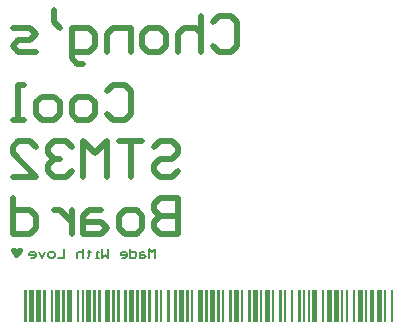
<source format=gbr>
%TF.GenerationSoftware,Altium Limited,Altium Designer,24.5.2 (23)*%
G04 Layer_Color=32896*
%FSLAX45Y45*%
%MOMM*%
%TF.SameCoordinates,5BA462C2-C504-45FF-B61C-4F2A3F915A71*%
%TF.FilePolarity,Positive*%
%TF.FileFunction,Legend,Bot*%
%TF.Part,Single*%
G01*
G75*
%TA.AperFunction,NonConductor*%
%ADD56C,0.50000*%
%ADD57C,0.18000*%
G36*
X5232500Y8615000D02*
Y8615417D01*
X5232083D01*
Y8616250D01*
X5231666D01*
Y8616667D01*
X5231250D01*
Y8617083D01*
X5230833D01*
Y8617500D01*
X5230417D01*
Y8617917D01*
X5230000D01*
Y8618750D01*
X5229583D01*
Y8619167D01*
X5229167D01*
Y8619583D01*
X5228750D01*
Y8620000D01*
X5228333D01*
Y8620417D01*
X5227917D01*
Y8621250D01*
X5227500D01*
Y8621667D01*
X5227083D01*
Y8622083D01*
X5226666D01*
Y8622500D01*
X5226250D01*
Y8623333D01*
X5225833D01*
Y8623750D01*
X5225417D01*
Y8624167D01*
X5225000D01*
Y8625000D01*
X5224583D01*
Y8625417D01*
X5224167D01*
Y8626250D01*
X5223750D01*
Y8626667D01*
X5223333D01*
Y8627500D01*
X5222916D01*
Y8627917D01*
X5222500D01*
Y8628750D01*
X5222083D01*
Y8629167D01*
X5221666D01*
Y8630000D01*
X5221250D01*
Y8630417D01*
X5220833D01*
Y8631250D01*
X5220417D01*
Y8631667D01*
X5220000D01*
Y8632500D01*
X5219583D01*
Y8633334D01*
X5219167D01*
Y8633750D01*
X5218750D01*
Y8634583D01*
X5218333D01*
Y8635417D01*
X5217916D01*
Y8636250D01*
X5217500D01*
Y8637083D01*
X5217083D01*
Y8637917D01*
X5216666D01*
Y8638750D01*
X5216250D01*
Y8639583D01*
X5215833D01*
Y8640417D01*
X5215417D01*
Y8641667D01*
X5215000D01*
Y8642500D01*
X5214583D01*
Y8643750D01*
X5214167D01*
Y8645000D01*
X5213750D01*
Y8646250D01*
X5213333D01*
Y8647917D01*
X5212916D01*
Y8649583D01*
X5212500D01*
Y8652083D01*
X5212083D01*
Y8660833D01*
X5212500D01*
Y8662917D01*
X5212916D01*
Y8664583D01*
X5213333D01*
Y8665833D01*
X5213750D01*
Y8666667D01*
X5214167D01*
Y8667500D01*
X5214583D01*
Y8668333D01*
X5215000D01*
Y8669167D01*
X5215417D01*
Y8669583D01*
X5215833D01*
Y8670417D01*
X5216250D01*
Y8670833D01*
X5216666D01*
Y8671250D01*
X5217083D01*
Y8672083D01*
X5217500D01*
Y8672500D01*
X5217916D01*
Y8672917D01*
X5218333D01*
Y8673333D01*
X5218750D01*
Y8673750D01*
X5219167D01*
Y8674167D01*
X5219583D01*
Y8674583D01*
X5220000D01*
Y8675000D01*
X5220417D01*
Y8675417D01*
X5221250D01*
Y8675833D01*
X5221666D01*
Y8676250D01*
X5222083D01*
Y8676667D01*
X5222916D01*
Y8677083D01*
X5223333D01*
Y8677500D01*
X5224167D01*
Y8677917D01*
X5225000D01*
Y8678333D01*
X5225833D01*
Y8678750D01*
X5226666D01*
Y8679167D01*
X5227917D01*
Y8679583D01*
X5229167D01*
Y8680000D01*
X5230417D01*
Y8680417D01*
X5232500D01*
Y8680833D01*
X5241666D01*
Y8680417D01*
X5243750D01*
Y8680000D01*
X5245416D01*
Y8679583D01*
X5246666D01*
Y8679167D01*
X5247500D01*
Y8678750D01*
X5248333D01*
Y8678333D01*
X5249167D01*
Y8677917D01*
X5250000D01*
Y8677500D01*
X5250416D01*
Y8677083D01*
X5251250D01*
Y8676667D01*
X5251666D01*
Y8676250D01*
X5252083D01*
Y8675833D01*
X5252917D01*
Y8675417D01*
X5253333D01*
Y8675000D01*
X5253750D01*
Y8674583D01*
X5254167D01*
Y8674167D01*
X5254583D01*
Y8673750D01*
X5255000D01*
Y8673333D01*
X5255416D01*
Y8672500D01*
X5255833D01*
Y8672083D01*
X5256250D01*
Y8671667D01*
X5256666D01*
Y8671250D01*
X5257083D01*
Y8670417D01*
X5257500D01*
Y8670000D01*
X5257917D01*
Y8669167D01*
X5258333D01*
Y8668333D01*
X5258750D01*
Y8667917D01*
X5259167D01*
Y8667083D01*
X5259583D01*
Y8666250D01*
X5260000D01*
Y8665833D01*
X5260416D01*
Y8665000D01*
X5260833D01*
Y8664167D01*
X5261250D01*
Y8663750D01*
X5262083D01*
Y8664583D01*
X5262500D01*
Y8665000D01*
X5262917D01*
Y8665833D01*
X5263333D01*
Y8666667D01*
X5263750D01*
Y8667083D01*
X5264167D01*
Y8667917D01*
X5264583D01*
Y8668750D01*
X5265000D01*
Y8669167D01*
X5265416D01*
Y8670000D01*
X5265833D01*
Y8670417D01*
X5266250D01*
Y8670833D01*
X5266667D01*
Y8671667D01*
X5267083D01*
Y8672083D01*
X5267500D01*
Y8672500D01*
X5267917D01*
Y8672917D01*
X5268333D01*
Y8673750D01*
X5268750D01*
Y8674167D01*
X5269167D01*
Y8674583D01*
X5269583D01*
Y8675000D01*
X5270416D01*
Y8675417D01*
X5270833D01*
Y8675833D01*
X5271250D01*
Y8676250D01*
X5271667D01*
Y8676667D01*
X5272083D01*
Y8677083D01*
X5272917D01*
Y8677500D01*
X5273333D01*
Y8677917D01*
X5274166D01*
Y8678333D01*
X5275000D01*
Y8678750D01*
X5275833D01*
Y8679167D01*
X5276667D01*
Y8679583D01*
X5277917D01*
Y8680000D01*
X5279583D01*
Y8680417D01*
X5281667D01*
Y8680833D01*
X5290833D01*
Y8680417D01*
X5292917D01*
Y8680000D01*
X5294166D01*
Y8679583D01*
X5295416D01*
Y8679167D01*
X5296667D01*
Y8678750D01*
X5297500D01*
Y8678333D01*
X5298333D01*
Y8677917D01*
X5299166D01*
Y8677500D01*
X5300000D01*
Y8677083D01*
X5300417D01*
Y8676667D01*
X5301250D01*
Y8676250D01*
X5301667D01*
Y8675833D01*
X5302083D01*
Y8675417D01*
X5302916D01*
Y8675000D01*
X5303333D01*
Y8674583D01*
X5303750D01*
Y8674167D01*
X5304166D01*
Y8673750D01*
X5304583D01*
Y8673333D01*
X5305000D01*
Y8672917D01*
X5305417D01*
Y8672500D01*
X5305833D01*
Y8672083D01*
X5306250D01*
Y8671667D01*
X5306667D01*
Y8670833D01*
X5307083D01*
Y8670417D01*
X5307500D01*
Y8669583D01*
X5307916D01*
Y8669167D01*
X5308333D01*
Y8668333D01*
X5308750D01*
Y8667500D01*
X5309166D01*
Y8666667D01*
X5309583D01*
Y8665833D01*
X5310000D01*
Y8664583D01*
X5310417D01*
Y8663333D01*
X5310833D01*
Y8661250D01*
X5311250D01*
Y8657500D01*
X5311667D01*
Y8656250D01*
X5311250D01*
Y8651667D01*
X5310833D01*
Y8649583D01*
X5310417D01*
Y8647500D01*
X5310000D01*
Y8646250D01*
X5309583D01*
Y8645000D01*
X5309166D01*
Y8643750D01*
X5308750D01*
Y8642500D01*
X5308333D01*
Y8641667D01*
X5307916D01*
Y8640417D01*
X5307500D01*
Y8639583D01*
X5307083D01*
Y8638750D01*
X5306667D01*
Y8637917D01*
X5306250D01*
Y8637083D01*
X5305833D01*
Y8636250D01*
X5305417D01*
Y8635417D01*
X5305000D01*
Y8634583D01*
X5304583D01*
Y8633750D01*
X5304166D01*
Y8632917D01*
X5303750D01*
Y8632500D01*
X5303333D01*
Y8631667D01*
X5302916D01*
Y8631250D01*
X5302500D01*
Y8630417D01*
X5302083D01*
Y8630000D01*
X5301667D01*
Y8629167D01*
X5301250D01*
Y8628333D01*
X5300833D01*
Y8627917D01*
X5300417D01*
Y8627083D01*
X5300000D01*
Y8626667D01*
X5299583D01*
Y8626250D01*
X5299166D01*
Y8625417D01*
X5298750D01*
Y8625000D01*
X5298333D01*
Y8624583D01*
X5297917D01*
Y8623750D01*
X5297500D01*
Y8623333D01*
X5297083D01*
Y8622917D01*
X5296667D01*
Y8622083D01*
X5296250D01*
Y8621667D01*
X5295833D01*
Y8621250D01*
X5295416D01*
Y8620417D01*
X5295000D01*
Y8620000D01*
X5294583D01*
Y8619583D01*
X5294166D01*
Y8619167D01*
X5293750D01*
Y8618333D01*
X5293333D01*
Y8617917D01*
X5292917D01*
Y8617500D01*
X5292500D01*
Y8617083D01*
X5292083D01*
Y8616250D01*
X5291667D01*
Y8615833D01*
X5291250D01*
Y8615417D01*
X5290833D01*
Y8615000D01*
X5290416D01*
Y8614583D01*
X5290000D01*
Y8614167D01*
X5289583D01*
Y8613750D01*
X5289166D01*
Y8612917D01*
X5288750D01*
Y8612500D01*
X5288333D01*
Y8612083D01*
X5287917D01*
Y8611667D01*
X5287500D01*
Y8611250D01*
X5287083D01*
Y8610833D01*
X5286667D01*
Y8610417D01*
X5286250D01*
Y8610000D01*
X5285833D01*
Y8609583D01*
X5285416D01*
Y8609167D01*
X5285000D01*
Y8608750D01*
X5284583D01*
Y8607917D01*
X5284166D01*
Y8607500D01*
X5283750D01*
Y8607083D01*
X5283333D01*
Y8606667D01*
X5282917D01*
Y8606250D01*
X5282500D01*
Y8605833D01*
X5282083D01*
Y8605417D01*
X5281667D01*
Y8605000D01*
X5281250D01*
Y8604584D01*
X5280833D01*
Y8604167D01*
X5280416D01*
Y8603750D01*
X5280000D01*
Y8603333D01*
X5279583D01*
Y8602917D01*
X5279166D01*
Y8602500D01*
X5278750D01*
Y8602083D01*
X5278333D01*
Y8601667D01*
X5277917D01*
Y8601250D01*
X5277500D01*
Y8600833D01*
X5277083D01*
Y8600417D01*
X5276667D01*
Y8600000D01*
X5276250D01*
Y8599584D01*
X5275833D01*
Y8599167D01*
X5275416D01*
Y8598750D01*
X5275000D01*
Y8598333D01*
X5274583D01*
Y8597917D01*
X5274166D01*
Y8597500D01*
X5273750D01*
Y8597083D01*
X5273333D01*
Y8596667D01*
X5272917D01*
Y8596250D01*
X5272500D01*
Y8595833D01*
X5272083D01*
Y8595417D01*
X5271667D01*
Y8595000D01*
X5271250D01*
Y8594583D01*
X5270833D01*
Y8594167D01*
X5270416D01*
Y8593750D01*
X5270000D01*
Y8593333D01*
X5269583D01*
Y8592917D01*
X5269167D01*
Y8592500D01*
X5268750D01*
Y8592083D01*
X5267917D01*
Y8591667D01*
X5267500D01*
Y8591250D01*
X5267083D01*
Y8590833D01*
X5266667D01*
Y8590417D01*
X5266250D01*
Y8590000D01*
X5265833D01*
Y8589583D01*
X5265416D01*
Y8589167D01*
X5265000D01*
Y8588750D01*
X5264583D01*
Y8588333D01*
X5264167D01*
Y8587917D01*
X5263750D01*
Y8587500D01*
X5263333D01*
Y8587083D01*
X5262917D01*
Y8586667D01*
X5262500D01*
Y8586250D01*
X5262083D01*
Y8585833D01*
X5261250D01*
Y8586250D01*
X5260833D01*
Y8586667D01*
X5260416D01*
Y8587083D01*
X5260000D01*
Y8587500D01*
X5259583D01*
Y8587917D01*
X5259167D01*
Y8588333D01*
X5258750D01*
Y8588750D01*
X5258333D01*
Y8589167D01*
X5257917D01*
Y8589583D01*
X5257500D01*
Y8590000D01*
X5257083D01*
Y8590417D01*
X5256666D01*
Y8590833D01*
X5256250D01*
Y8591250D01*
X5255833D01*
Y8591667D01*
X5255000D01*
Y8592083D01*
X5254583D01*
Y8592500D01*
X5254167D01*
Y8592917D01*
X5253750D01*
Y8593333D01*
X5253333D01*
Y8593750D01*
X5252917D01*
Y8594167D01*
X5252500D01*
Y8594583D01*
X5252083D01*
Y8595000D01*
X5251666D01*
Y8595417D01*
X5251250D01*
Y8595833D01*
X5250833D01*
Y8596250D01*
X5250416D01*
Y8596667D01*
X5250000D01*
Y8597083D01*
X5249583D01*
Y8597500D01*
X5249167D01*
Y8597917D01*
X5248750D01*
Y8598333D01*
X5248333D01*
Y8598750D01*
X5247917D01*
Y8599167D01*
X5247500D01*
Y8599584D01*
X5247083D01*
Y8600000D01*
X5246666D01*
Y8600417D01*
X5246250D01*
Y8600833D01*
X5245833D01*
Y8601250D01*
X5245416D01*
Y8601667D01*
X5245000D01*
Y8602083D01*
X5244583D01*
Y8602500D01*
X5244167D01*
Y8602917D01*
X5243750D01*
Y8603333D01*
X5243333D01*
Y8603750D01*
X5242917D01*
Y8604167D01*
X5242500D01*
Y8604584D01*
X5242083D01*
Y8605000D01*
X5241666D01*
Y8605417D01*
X5241250D01*
Y8605833D01*
X5240833D01*
Y8606250D01*
X5240416D01*
Y8607083D01*
X5240000D01*
Y8607500D01*
X5239583D01*
Y8607917D01*
X5239167D01*
Y8608333D01*
X5238750D01*
Y8608750D01*
X5238333D01*
Y8609167D01*
X5237917D01*
Y8609583D01*
X5237500D01*
Y8610000D01*
X5237083D01*
Y8610417D01*
X5236666D01*
Y8610833D01*
X5236250D01*
Y8611250D01*
X5235833D01*
Y8611667D01*
X5235417D01*
Y8612083D01*
X5235000D01*
Y8612917D01*
X5234583D01*
Y8613333D01*
X5234167D01*
Y8613750D01*
X5233750D01*
Y8614167D01*
X5233333D01*
Y8614583D01*
X5232917D01*
Y8615000D01*
X5232500D01*
D02*
G37*
G36*
X8450000Y8050000D02*
X8429839D01*
Y8325000D01*
X8450000D01*
Y8050000D01*
D02*
G37*
G36*
X8389516D02*
X8369355D01*
Y8325000D01*
X8389516D01*
Y8050000D01*
D02*
G37*
G36*
X8349194D02*
X8308871D01*
Y8325000D01*
X8349194D01*
Y8050000D01*
D02*
G37*
G36*
X8288710D02*
X8248388D01*
Y8325000D01*
X8288710D01*
Y8050000D01*
D02*
G37*
G36*
X8228226D02*
X8208065D01*
Y8325000D01*
X8228226D01*
Y8050000D01*
D02*
G37*
G36*
X8187904D02*
X8147581D01*
Y8325000D01*
X8187904D01*
Y8050000D01*
D02*
G37*
G36*
X8127420D02*
X8107259D01*
Y8325000D01*
X8127420D01*
Y8050000D01*
D02*
G37*
G36*
X8066936D02*
X8046775D01*
Y8325000D01*
X8066936D01*
Y8050000D01*
D02*
G37*
G36*
X8026614D02*
X8006453D01*
Y8325000D01*
X8026614D01*
Y8050000D01*
D02*
G37*
G36*
X7986291D02*
X7945969D01*
Y8325000D01*
X7986291D01*
Y8050000D01*
D02*
G37*
G36*
X7925808D02*
X7885485D01*
Y8325000D01*
X7925808D01*
Y8050000D01*
D02*
G37*
G36*
X7865324D02*
X7845163D01*
Y8325000D01*
X7865324D01*
Y8050000D01*
D02*
G37*
G36*
X7804840D02*
X7764518D01*
Y8325000D01*
X7804840D01*
Y8050000D01*
D02*
G37*
G36*
X7744356D02*
X7724195D01*
Y8325000D01*
X7744356D01*
Y8050000D01*
D02*
G37*
G36*
X7704034D02*
X7683873D01*
Y8325000D01*
X7704034D01*
Y8050000D01*
D02*
G37*
G36*
X7663711D02*
X7643550D01*
Y8325000D01*
X7663711D01*
Y8050000D01*
D02*
G37*
G36*
X7603228D02*
X7583066D01*
Y8325000D01*
X7603228D01*
Y8050000D01*
D02*
G37*
G36*
X7542744D02*
X7522583D01*
Y8325000D01*
X7542744D01*
Y8050000D01*
D02*
G37*
G36*
X7502421D02*
X7482260D01*
Y8325000D01*
X7502421D01*
Y8050000D01*
D02*
G37*
G36*
X7441938D02*
X7421776D01*
Y8325000D01*
X7441938D01*
Y8050000D01*
D02*
G37*
G36*
X7401615D02*
X7361293D01*
Y8325000D01*
X7401615D01*
Y8050000D01*
D02*
G37*
G36*
X7341131D02*
X7320970D01*
Y8325000D01*
X7341131D01*
Y8050000D01*
D02*
G37*
G36*
X7300809D02*
X7260486D01*
Y8325000D01*
X7300809D01*
Y8050000D01*
D02*
G37*
G36*
X7240325D02*
X7220164D01*
Y8325000D01*
X7240325D01*
Y8050000D01*
D02*
G37*
G36*
X7179841D02*
X7159680D01*
Y8325000D01*
X7179841D01*
Y8050000D01*
D02*
G37*
G36*
X7139519D02*
X7099196D01*
Y8325000D01*
X7139519D01*
Y8050000D01*
D02*
G37*
G36*
X7079035D02*
X7058874D01*
Y8325000D01*
X7079035D01*
Y8050000D01*
D02*
G37*
G36*
X7018551D02*
X6998390D01*
Y8325000D01*
X7018551D01*
Y8050000D01*
D02*
G37*
G36*
X6978229D02*
X6958068D01*
Y8325000D01*
X6978229D01*
Y8050000D01*
D02*
G37*
G36*
X6937906D02*
X6897584D01*
Y8325000D01*
X6937906D01*
Y8050000D01*
D02*
G37*
G36*
X6877423D02*
X6857261D01*
Y8325000D01*
X6877423D01*
Y8050000D01*
D02*
G37*
G36*
X6837100D02*
X6796778D01*
Y8325000D01*
X6837100D01*
Y8050000D01*
D02*
G37*
G36*
X6756455D02*
X6736294D01*
Y8325000D01*
X6756455D01*
Y8050000D01*
D02*
G37*
G36*
X6716133D02*
X6695971D01*
Y8325000D01*
X6716133D01*
Y8050000D01*
D02*
G37*
G36*
X6675810D02*
X6635488D01*
Y8325000D01*
X6675810D01*
Y8050000D01*
D02*
G37*
G36*
X6615326D02*
X6595165D01*
Y8325000D01*
X6615326D01*
Y8050000D01*
D02*
G37*
G36*
X6554843D02*
X6534681D01*
Y8325000D01*
X6554843D01*
Y8050000D01*
D02*
G37*
G36*
X6494359D02*
X6474198D01*
Y8325000D01*
X6494359D01*
Y8050000D01*
D02*
G37*
G36*
X6454036D02*
X6433875D01*
Y8325000D01*
X6454036D01*
Y8050000D01*
D02*
G37*
G36*
X6393553D02*
X6373391D01*
Y8325000D01*
X6393553D01*
Y8050000D01*
D02*
G37*
G36*
X6353230D02*
X6312908D01*
Y8325000D01*
X6353230D01*
Y8050000D01*
D02*
G37*
G36*
X6292746D02*
X6272585D01*
Y8325000D01*
X6292746D01*
Y8050000D01*
D02*
G37*
G36*
X6252424D02*
X6212101D01*
Y8325000D01*
X6252424D01*
Y8050000D01*
D02*
G37*
G36*
X6191940D02*
X6171779D01*
Y8325000D01*
X6191940D01*
Y8050000D01*
D02*
G37*
G36*
X6131456D02*
X6111295D01*
Y8325000D01*
X6131456D01*
Y8050000D01*
D02*
G37*
G36*
X6091134D02*
X6070973D01*
Y8325000D01*
X6091134D01*
Y8050000D01*
D02*
G37*
G36*
X6050811D02*
X6010489D01*
Y8325000D01*
X6050811D01*
Y8050000D01*
D02*
G37*
G36*
X5970166D02*
X5950005D01*
Y8325000D01*
X5970166D01*
Y8050000D01*
D02*
G37*
G36*
X5929844D02*
X5909683D01*
Y8325000D01*
X5929844D01*
Y8050000D01*
D02*
G37*
G36*
X5889521D02*
X5849199D01*
Y8325000D01*
X5889521D01*
Y8050000D01*
D02*
G37*
G36*
X5829038D02*
X5808876D01*
Y8325000D01*
X5829038D01*
Y8050000D01*
D02*
G37*
G36*
X5788715D02*
X5768554D01*
Y8325000D01*
X5788715D01*
Y8050000D01*
D02*
G37*
G36*
X5728231D02*
X5687909D01*
Y8325000D01*
X5728231D01*
Y8050000D01*
D02*
G37*
G36*
X5667748D02*
X5647586D01*
Y8325000D01*
X5667748D01*
Y8050000D01*
D02*
G37*
G36*
X5627425D02*
X5587103D01*
Y8325000D01*
X5627425D01*
Y8050000D01*
D02*
G37*
G36*
X5566941D02*
X5546780D01*
Y8325000D01*
X5566941D01*
Y8050000D01*
D02*
G37*
G36*
X5506458D02*
X5486296D01*
Y8325000D01*
X5506458D01*
Y8050000D01*
D02*
G37*
G36*
X5466135D02*
X5425813D01*
Y8325000D01*
X5466135D01*
Y8050000D01*
D02*
G37*
G36*
X5405651D02*
X5365329D01*
Y8325000D01*
X5405651D01*
Y8050000D01*
D02*
G37*
G36*
X5345168D02*
X5325006D01*
Y8325000D01*
X5345168D01*
Y8050000D01*
D02*
G37*
D56*
X6924450Y10589536D02*
X6974434Y10639520D01*
X7074401D01*
X7124385Y10589536D01*
Y10389601D01*
X7074401Y10339617D01*
X6974434D01*
X6924450Y10389601D01*
X6824482Y10639520D02*
Y10339617D01*
Y10489569D01*
X6774498Y10539552D01*
X6674531D01*
X6624547Y10489569D01*
Y10339617D01*
X6474595D02*
X6374628D01*
X6324644Y10389601D01*
Y10489569D01*
X6374628Y10539552D01*
X6474595D01*
X6524579Y10489569D01*
Y10389601D01*
X6474595Y10339617D01*
X6224676D02*
Y10539552D01*
X6074725D01*
X6024741Y10489569D01*
Y10339617D01*
X5824806Y10239650D02*
X5774822D01*
X5724838Y10289633D01*
Y10539552D01*
X5874790D01*
X5924774Y10489569D01*
Y10389601D01*
X5874790Y10339617D01*
X5724838D01*
X5574887Y10689504D02*
Y10589536D01*
X5624871Y10539552D01*
X5424935Y10339617D02*
X5274984D01*
X5225000Y10389601D01*
X5274984Y10439585D01*
X5374951D01*
X5424935Y10489569D01*
X5374951Y10539552D01*
X5225000D01*
X6024741Y10009686D02*
X6074725Y10059669D01*
X6174692D01*
X6224676Y10009686D01*
Y9809750D01*
X6174692Y9759766D01*
X6074725D01*
X6024741Y9809750D01*
X5874789Y9759766D02*
X5774822D01*
X5724838Y9809750D01*
Y9909718D01*
X5774822Y9959702D01*
X5874789D01*
X5924773Y9909718D01*
Y9809750D01*
X5874789Y9759766D01*
X5574886D02*
X5474919D01*
X5424935Y9809750D01*
Y9909718D01*
X5474919Y9959702D01*
X5574886D01*
X5624870Y9909718D01*
Y9809750D01*
X5574886Y9759766D01*
X5324968D02*
X5225000D01*
X5274984D01*
Y10059669D01*
X5324968D01*
X6424611Y9529802D02*
X6474595Y9579786D01*
X6574563D01*
X6624547Y9529802D01*
Y9479818D01*
X6574563Y9429835D01*
X6474595D01*
X6424611Y9379851D01*
Y9329867D01*
X6474595Y9279883D01*
X6574563D01*
X6624547Y9329867D01*
X6324644Y9579786D02*
X6124709D01*
X6224676D01*
Y9279883D01*
X6024741D02*
Y9579786D01*
X5924774Y9479818D01*
X5824806Y9579786D01*
Y9279883D01*
X5724838Y9529802D02*
X5674854Y9579786D01*
X5574887D01*
X5524903Y9529802D01*
Y9479818D01*
X5574887Y9429835D01*
X5624871D01*
X5574887D01*
X5524903Y9379851D01*
Y9329867D01*
X5574887Y9279883D01*
X5674854D01*
X5724838Y9329867D01*
X5225000Y9279883D02*
X5424935D01*
X5225000Y9479818D01*
Y9529802D01*
X5274984Y9579786D01*
X5374951D01*
X5424935Y9529802D01*
X6624547Y9099903D02*
Y8800000D01*
X6474595D01*
X6424611Y8849984D01*
Y8899967D01*
X6474595Y8949951D01*
X6624547D01*
X6474595D01*
X6424611Y8999935D01*
Y9049919D01*
X6474595Y9099903D01*
X6624547D01*
X6274660Y8800000D02*
X6174693D01*
X6124709Y8849984D01*
Y8949951D01*
X6174693Y8999935D01*
X6274660D01*
X6324644Y8949951D01*
Y8849984D01*
X6274660Y8800000D01*
X5974757Y8999935D02*
X5874790D01*
X5824806Y8949951D01*
Y8800000D01*
X5974757D01*
X6024741Y8849984D01*
X5974757Y8899967D01*
X5824806D01*
X5724838Y8999935D02*
Y8800000D01*
Y8899967D01*
X5674854Y8949951D01*
X5624871Y8999935D01*
X5574887D01*
X5225000Y9099903D02*
Y8800000D01*
X5374951D01*
X5424935Y8849984D01*
Y8949951D01*
X5374951Y8999935D01*
X5225000D01*
D57*
X6434323Y8593000D02*
Y8672974D01*
X6407665Y8646316D01*
X6381007Y8672974D01*
Y8593000D01*
X6341019Y8646316D02*
X6314361D01*
X6301032Y8632987D01*
Y8593000D01*
X6341019D01*
X6354348Y8606329D01*
X6341019Y8619658D01*
X6301032D01*
X6221058Y8672974D02*
Y8593000D01*
X6261045D01*
X6274374Y8606329D01*
Y8632987D01*
X6261045Y8646316D01*
X6221058D01*
X6154413Y8593000D02*
X6181071D01*
X6194400Y8606329D01*
Y8632987D01*
X6181071Y8646316D01*
X6154413D01*
X6141084Y8632987D01*
Y8619658D01*
X6194400D01*
X6034452Y8672974D02*
Y8593000D01*
X6007794Y8619658D01*
X5981136Y8593000D01*
Y8672974D01*
X5954478Y8593000D02*
X5927819D01*
X5941148D01*
Y8646316D01*
X5954478D01*
X5874503Y8659645D02*
Y8646316D01*
X5887832D01*
X5861174D01*
X5874503D01*
Y8606329D01*
X5861174Y8593000D01*
X5821187Y8672974D02*
Y8593000D01*
Y8632987D01*
X5807858Y8646316D01*
X5781200D01*
X5767871Y8632987D01*
Y8593000D01*
X5661239Y8672974D02*
Y8593000D01*
X5607922D01*
X5567935D02*
X5541277D01*
X5527948Y8606329D01*
Y8632987D01*
X5541277Y8646316D01*
X5567935D01*
X5581264Y8632987D01*
Y8606329D01*
X5567935Y8593000D01*
X5501290Y8646316D02*
X5474632Y8593000D01*
X5447974Y8646316D01*
X5381329Y8593000D02*
X5407987D01*
X5421316Y8606329D01*
Y8632987D01*
X5407987Y8646316D01*
X5381329D01*
X5368000Y8632987D01*
Y8619658D01*
X5421316D01*
%TF.MD5,5c367f0b2dbb876a4dc21d2043a18172*%
M02*

</source>
